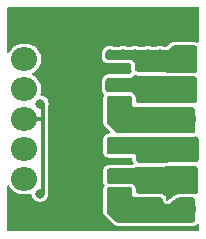
<source format=gbr>
%TF.GenerationSoftware,KiCad,Pcbnew,8.0.4*%
%TF.CreationDate,2024-09-08T17:57:52-03:00*%
%TF.ProjectId,PCBWay-Module_TB67H450FNG,50434257-6179-42d4-9d6f-64756c655f54,rev?*%
%TF.SameCoordinates,Original*%
%TF.FileFunction,Copper,L2,Bot*%
%TF.FilePolarity,Positive*%
%FSLAX46Y46*%
G04 Gerber Fmt 4.6, Leading zero omitted, Abs format (unit mm)*
G04 Created by KiCad (PCBNEW 8.0.4) date 2024-09-08 17:57:52*
%MOMM*%
%LPD*%
G01*
G04 APERTURE LIST*
%TA.AperFunction,Conductor*%
%ADD10C,0.150000*%
%TD*%
%TA.AperFunction,ComponentPad*%
%ADD11R,2.200000X2.000000*%
%TD*%
%TA.AperFunction,ComponentPad*%
%ADD12O,2.200000X2.000000*%
%TD*%
%TA.AperFunction,ViaPad*%
%ADD13C,0.800000*%
%TD*%
%TA.AperFunction,Conductor*%
%ADD14C,0.304800*%
%TD*%
G04 APERTURE END LIST*
D10*
%TO.N,/OUT_A1*%
X118407475Y-118075924D02*
X117758975Y-118549424D01*
X117758975Y-117599424D01*
X118407475Y-118075924D01*
%TA.AperFunction,Conductor*%
G36*
X118407475Y-118075924D02*
G01*
X117758975Y-118549424D01*
X117758975Y-117599424D01*
X118407475Y-118075924D01*
G37*
%TD.AperFunction*%
%TD*%
D11*
%TO.P,J2,1,Pin_1*%
%TO.N,GND*%
X119040000Y-104110000D03*
D12*
%TO.P,J2,2,Pin_2*%
%TO.N,/OUT_B2*%
X119040000Y-106650000D03*
%TO.P,J2,3,Pin_3*%
%TO.N,/OUT_B1*%
X119040000Y-109190000D03*
%TO.P,J2,4,Pin_4*%
%TO.N,/VM*%
X119040000Y-111730000D03*
%TO.P,J2,5,Pin_5*%
%TO.N,/OUT_A2*%
X119040000Y-114270000D03*
%TO.P,J2,6,Pin_6*%
%TO.N,/OUT_A1*%
X119040000Y-116810000D03*
%TO.P,J2,7,Pin_7*%
%TO.N,/VM*%
X119040000Y-119350000D03*
%TD*%
D11*
%TO.P,J1,1,Pin_1*%
%TO.N,GND*%
X105650000Y-104110000D03*
D12*
%TO.P,J1,2,Pin_2*%
%TO.N,/IN_B2*%
X105650000Y-106650000D03*
%TO.P,J1,3,Pin_3*%
%TO.N,/IN_B1*%
X105650000Y-109190000D03*
%TO.P,J1,4,Pin_4*%
%TO.N,/VREF*%
X105650000Y-111730000D03*
%TO.P,J1,5,Pin_5*%
%TO.N,/IN_A2*%
X105650000Y-114270000D03*
%TO.P,J1,6,Pin_6*%
%TO.N,/IN_A1*%
X105650000Y-116810000D03*
%TO.P,J1,7,Pin_7*%
%TO.N,GND*%
X105650000Y-119350000D03*
%TD*%
D13*
%TO.N,/OUT_A2*%
X117275000Y-114000000D03*
X115162500Y-114000000D03*
X116218750Y-114000000D03*
X113050000Y-114000000D03*
X114106250Y-114000000D03*
X117093750Y-114950000D03*
X116037500Y-114950000D03*
%TO.N,/OUT_A1*%
X116037500Y-117525000D03*
X116218750Y-116575000D03*
X114106250Y-116575000D03*
X117275000Y-116575000D03*
X117093750Y-117525000D03*
X115162500Y-116575000D03*
X113050000Y-116575000D03*
%TO.N,/OUT_B1*%
X112918531Y-108819049D03*
X117143531Y-108819049D03*
X116087281Y-108819049D03*
X113974781Y-108819049D03*
X115906031Y-109769049D03*
X116962281Y-109769049D03*
X115031031Y-108819049D03*
%TO.N,/OUT_B2*%
X113974781Y-106244049D03*
X116087281Y-106244049D03*
X116962281Y-107194049D03*
X112918531Y-106244049D03*
X115031031Y-106244049D03*
X115906031Y-107194049D03*
X117143531Y-106244049D03*
%TO.N,GND*%
X111450000Y-104900000D03*
X111800000Y-116650000D03*
X111550000Y-118000000D03*
X110350000Y-116650000D03*
X110900000Y-119100000D03*
X110750000Y-112050000D03*
X115050000Y-103100000D03*
X111050000Y-108250000D03*
X110000000Y-111300000D03*
X111600000Y-111300000D03*
X111500000Y-106300000D03*
X111800000Y-108900000D03*
X114100000Y-104000000D03*
X107650000Y-120600000D03*
X110350000Y-108900000D03*
X110450000Y-118000000D03*
X113250000Y-104900000D03*
X110900000Y-120600000D03*
X110500000Y-104000000D03*
X115050000Y-104900000D03*
X110350000Y-115250000D03*
X108400000Y-119850000D03*
X116850000Y-104900000D03*
X111450000Y-103100000D03*
X115900000Y-104000000D03*
X108200000Y-112800000D03*
X109650000Y-103100000D03*
X113250000Y-103100000D03*
X110350000Y-107500000D03*
X111050000Y-116000000D03*
X110200000Y-114100000D03*
X108700000Y-104000000D03*
X109650000Y-104900000D03*
X107850000Y-103100000D03*
X111800000Y-107500000D03*
X108200000Y-111300000D03*
X111650000Y-114100000D03*
X111600000Y-112800000D03*
X109300000Y-119100000D03*
X111650000Y-110200000D03*
X111800000Y-115250000D03*
X111600000Y-119800000D03*
X112300000Y-104000000D03*
X110400000Y-106300000D03*
X109300000Y-120600000D03*
X110550000Y-110200000D03*
X110000000Y-112800000D03*
X110050000Y-119850000D03*
X107650000Y-119100000D03*
X116850000Y-103100000D03*
X109100000Y-112050000D03*
X107850000Y-104900000D03*
%TO.N,/VM*%
X114825000Y-112175000D03*
X116775000Y-118950000D03*
X117250000Y-112250000D03*
X115500000Y-111325000D03*
X113025000Y-118875000D03*
X114300000Y-111300000D03*
X117250000Y-119850000D03*
X114300000Y-118900000D03*
X114300000Y-117925000D03*
X115975000Y-119825000D03*
X113025000Y-111275000D03*
X113025000Y-110300000D03*
X114825000Y-119775000D03*
X113550000Y-119750000D03*
X115500000Y-118925000D03*
X116775000Y-111350000D03*
X115975000Y-112225000D03*
X113025000Y-117900000D03*
X113550000Y-112150000D03*
X114300000Y-110325000D03*
%TO.N,/VREF*%
X106950000Y-118050000D03*
X107000000Y-110450000D03*
%TD*%
D14*
%TO.N,/VREF*%
X107020000Y-111730000D02*
X107200000Y-111550000D01*
X107000000Y-110450000D02*
X107200000Y-110650000D01*
X105650000Y-111730000D02*
X107020000Y-111730000D01*
X106950000Y-118050000D02*
X107050000Y-117950000D01*
X107030000Y-111730000D02*
X107200000Y-111900000D01*
X107200000Y-117800000D02*
X106950000Y-118050000D01*
X107200000Y-110650000D02*
X107200000Y-111550000D01*
X107200000Y-111550000D02*
X107200000Y-111900000D01*
X107020000Y-111730000D02*
X107030000Y-111730000D01*
X107050000Y-117950000D02*
X107200000Y-117950000D01*
X107200000Y-111900000D02*
X107200000Y-117800000D01*
%TD*%
%TA.AperFunction,Conductor*%
%TO.N,/OUT_B2*%
G36*
X120146288Y-105518954D02*
G01*
X120227070Y-105572930D01*
X120281046Y-105653712D01*
X120300000Y-105749000D01*
X120300000Y-107546110D01*
X120281046Y-107641398D01*
X120227070Y-107722180D01*
X120162350Y-107768824D01*
X120153776Y-107773111D01*
X120060073Y-107798767D01*
X120039867Y-107799380D01*
X115335174Y-107750888D01*
X115240086Y-107730953D01*
X115181810Y-107696032D01*
X115093070Y-107624754D01*
X115030649Y-107550305D01*
X115001469Y-107457635D01*
X115000000Y-107430623D01*
X115000000Y-107000001D01*
X115000000Y-107000000D01*
X114700000Y-106700000D01*
X114699999Y-106700000D01*
X112749000Y-106700000D01*
X112653712Y-106681046D01*
X112572930Y-106627070D01*
X112518954Y-106546288D01*
X112500000Y-106451000D01*
X112500000Y-106149724D01*
X112518954Y-106054436D01*
X112572930Y-105973654D01*
X112653712Y-105919678D01*
X112749000Y-105900724D01*
X112749489Y-105900724D01*
X117784650Y-105915350D01*
X117955860Y-105744139D01*
X118127071Y-105572930D01*
X118207852Y-105518954D01*
X118303140Y-105500000D01*
X120051000Y-105500000D01*
X120146288Y-105518954D01*
G37*
%TD.AperFunction*%
%TD*%
%TA.AperFunction,Conductor*%
%TO.N,/VM*%
G36*
X114646288Y-109818954D02*
G01*
X114727070Y-109872930D01*
X114781046Y-109953712D01*
X114800000Y-110049000D01*
X114800000Y-110600000D01*
X114900000Y-110700000D01*
X119851000Y-110700000D01*
X119946288Y-110718954D01*
X120027070Y-110772930D01*
X120081046Y-110853712D01*
X120100000Y-110949000D01*
X120100000Y-112701000D01*
X120081046Y-112796288D01*
X120027070Y-112877070D01*
X119946288Y-112931046D01*
X119851000Y-112950000D01*
X113653140Y-112950000D01*
X113557852Y-112931046D01*
X113477070Y-112877070D01*
X112672930Y-112072930D01*
X112618954Y-111992148D01*
X112600000Y-111896860D01*
X112600000Y-110049000D01*
X112618954Y-109953712D01*
X112672930Y-109872930D01*
X112753712Y-109818954D01*
X112849000Y-109800000D01*
X114551000Y-109800000D01*
X114646288Y-109818954D01*
G37*
%TD.AperFunction*%
%TD*%
%TA.AperFunction,Conductor*%
%TO.N,GND*%
G36*
X120393039Y-102269685D02*
G01*
X120438794Y-102322489D01*
X120450000Y-102374000D01*
X120450000Y-105133872D01*
X120430315Y-105200911D01*
X120377511Y-105246666D01*
X120308353Y-105256610D01*
X120279873Y-105248973D01*
X120205889Y-105219324D01*
X120205883Y-105219322D01*
X120110598Y-105200369D01*
X120062738Y-105195656D01*
X120051000Y-105194500D01*
X118303140Y-105194500D01*
X118291402Y-105195656D01*
X118243542Y-105200369D01*
X118243540Y-105200369D01*
X118148268Y-105219320D01*
X118141346Y-105220780D01*
X118057597Y-105256610D01*
X118038129Y-105264939D01*
X118038124Y-105264941D01*
X118038122Y-105264942D01*
X117957341Y-105318918D01*
X117911056Y-105356903D01*
X117911051Y-105356908D01*
X117739840Y-105528117D01*
X117739837Y-105528119D01*
X117739832Y-105528123D01*
X117694941Y-105573014D01*
X117633618Y-105606499D01*
X117606901Y-105609331D01*
X117470978Y-105608936D01*
X117413713Y-105594733D01*
X117393756Y-105584259D01*
X117393753Y-105584258D01*
X117228587Y-105543549D01*
X117058475Y-105543549D01*
X116893306Y-105584259D01*
X116876948Y-105592843D01*
X116818970Y-105607041D01*
X116408851Y-105605851D01*
X116351584Y-105591648D01*
X116337505Y-105584258D01*
X116172337Y-105543549D01*
X116002225Y-105543549D01*
X115837053Y-105584259D01*
X115826513Y-105589791D01*
X115768534Y-105603990D01*
X115346723Y-105602766D01*
X115289457Y-105588563D01*
X115281256Y-105584259D01*
X115281253Y-105584258D01*
X115116087Y-105543549D01*
X114945975Y-105543549D01*
X114780803Y-105584259D01*
X114776073Y-105586742D01*
X114718097Y-105600939D01*
X114284595Y-105599681D01*
X114232114Y-105586664D01*
X114232018Y-105586918D01*
X114229905Y-105586116D01*
X114227327Y-105585477D01*
X114225006Y-105584259D01*
X114225005Y-105584258D01*
X114225004Y-105584258D01*
X114059837Y-105543549D01*
X113889725Y-105543549D01*
X113724555Y-105584259D01*
X113717545Y-105586918D01*
X113717113Y-105585780D01*
X113667661Y-105597888D01*
X113222467Y-105596596D01*
X113176428Y-105585176D01*
X113175768Y-105586918D01*
X113168758Y-105584259D01*
X113003587Y-105543549D01*
X112833475Y-105543549D01*
X112668304Y-105584259D01*
X112619362Y-105609945D01*
X112592949Y-105619457D01*
X112593016Y-105619669D01*
X112587674Y-105621356D01*
X112587349Y-105621474D01*
X112587212Y-105621502D01*
X112587211Y-105621503D01*
X112483987Y-105665662D01*
X112403152Y-105719674D01*
X112397382Y-105723626D01*
X112397378Y-105723629D01*
X112318913Y-105803930D01*
X112264921Y-105884737D01*
X112261090Y-105890618D01*
X112261087Y-105890624D01*
X112219324Y-105994834D01*
X112219322Y-105994840D01*
X112200369Y-106090124D01*
X112200369Y-106090126D01*
X112194500Y-106149726D01*
X112194500Y-106450997D01*
X112200369Y-106510597D01*
X112200369Y-106510599D01*
X112219322Y-106605880D01*
X112220779Y-106612788D01*
X112264939Y-106716012D01*
X112264938Y-106716012D01*
X112318950Y-106796847D01*
X112322902Y-106802617D01*
X112322905Y-106802621D01*
X112403205Y-106881085D01*
X112483987Y-106935061D01*
X112489898Y-106938912D01*
X112594112Y-106980676D01*
X112594114Y-106980676D01*
X112594116Y-106980677D01*
X112642400Y-106990281D01*
X112689400Y-106999630D01*
X112749000Y-107005500D01*
X114522096Y-107005500D01*
X114589135Y-107025185D01*
X114609777Y-107041819D01*
X114658181Y-107090223D01*
X114691666Y-107151546D01*
X114694500Y-107177904D01*
X114694500Y-107430626D01*
X114694951Y-107447212D01*
X114696419Y-107474213D01*
X114696420Y-107474224D01*
X114710074Y-107549393D01*
X114739256Y-107642069D01*
X114742604Y-107652286D01*
X114744770Y-107722122D01*
X114708835Y-107782043D01*
X114693657Y-107793995D01*
X114659321Y-107816936D01*
X114613020Y-107854934D01*
X114559776Y-107908180D01*
X114498453Y-107941666D01*
X114472094Y-107944500D01*
X112749000Y-107944500D01*
X112737262Y-107945656D01*
X112689402Y-107950369D01*
X112689400Y-107950369D01*
X112594119Y-107969322D01*
X112587211Y-107970779D01*
X112483987Y-108014938D01*
X112403152Y-108068950D01*
X112397382Y-108072902D01*
X112397378Y-108072905D01*
X112318913Y-108153206D01*
X112264921Y-108234013D01*
X112261090Y-108239894D01*
X112261087Y-108239900D01*
X112219324Y-108344110D01*
X112219322Y-108344116D01*
X112200369Y-108439400D01*
X112200369Y-108439402D01*
X112194500Y-108499002D01*
X112194500Y-108838460D01*
X112195055Y-108856866D01*
X112196872Y-108886906D01*
X112197041Y-108888759D01*
X112197042Y-108911232D01*
X112196874Y-108913071D01*
X112195056Y-108943121D01*
X112194500Y-108961535D01*
X112194500Y-109200997D01*
X112200369Y-109260597D01*
X112200369Y-109260599D01*
X112219322Y-109355880D01*
X112220779Y-109362788D01*
X112264939Y-109466012D01*
X112264938Y-109466012D01*
X112318950Y-109546847D01*
X112322902Y-109552617D01*
X112322905Y-109552621D01*
X112368216Y-109596896D01*
X112402408Y-109657828D01*
X112398229Y-109727573D01*
X112384659Y-109754472D01*
X112364922Y-109784012D01*
X112361090Y-109789894D01*
X112361087Y-109789900D01*
X112319324Y-109894110D01*
X112319322Y-109894116D01*
X112300369Y-109989400D01*
X112300369Y-109989402D01*
X112294500Y-110049002D01*
X112294500Y-111896857D01*
X112300369Y-111956457D01*
X112300369Y-111956459D01*
X112319322Y-112051740D01*
X112320779Y-112058648D01*
X112364939Y-112161872D01*
X112364939Y-112161874D01*
X112401169Y-112216096D01*
X112417609Y-112240701D01*
X112418918Y-112242659D01*
X112456913Y-112288956D01*
X112904562Y-112736605D01*
X112938047Y-112797928D01*
X112933063Y-112867620D01*
X112891191Y-112923553D01*
X112828906Y-112947701D01*
X112789400Y-112951550D01*
X112789390Y-112951551D01*
X112789385Y-112951552D01*
X112694102Y-112970505D01*
X112687211Y-112971959D01*
X112583987Y-113016118D01*
X112503152Y-113070130D01*
X112497382Y-113074082D01*
X112497378Y-113074085D01*
X112418913Y-113154386D01*
X112364921Y-113235193D01*
X112361090Y-113241074D01*
X112361087Y-113241080D01*
X112319324Y-113345290D01*
X112319322Y-113345296D01*
X112300369Y-113440580D01*
X112300369Y-113440582D01*
X112294500Y-113500182D01*
X112294500Y-114450997D01*
X112300369Y-114510597D01*
X112300369Y-114510599D01*
X112319322Y-114605880D01*
X112320779Y-114612788D01*
X112364939Y-114716012D01*
X112364938Y-114716012D01*
X112364939Y-114716013D01*
X112408161Y-114780701D01*
X112418950Y-114796847D01*
X112422902Y-114802617D01*
X112422905Y-114802621D01*
X112468470Y-114847144D01*
X112503205Y-114881085D01*
X112583987Y-114935061D01*
X112589898Y-114938912D01*
X112694112Y-114980676D01*
X112694114Y-114980676D01*
X112694116Y-114980677D01*
X112742400Y-114990281D01*
X112789400Y-114999630D01*
X112849000Y-115005500D01*
X114670500Y-115005500D01*
X114737539Y-115025185D01*
X114783294Y-115077989D01*
X114794131Y-115127805D01*
X114794413Y-115127795D01*
X114794471Y-115129370D01*
X114794500Y-115129500D01*
X114794500Y-115130115D01*
X114797899Y-115175547D01*
X114797903Y-115175584D01*
X114808929Y-115248851D01*
X114808931Y-115248860D01*
X114842207Y-115348533D01*
X114872852Y-115405292D01*
X114887380Y-115473634D01*
X114862653Y-115538982D01*
X114832638Y-115567299D01*
X114827102Y-115570998D01*
X114823212Y-115573597D01*
X114756538Y-115594480D01*
X114754315Y-115594500D01*
X112849000Y-115594500D01*
X112837262Y-115595656D01*
X112789402Y-115600369D01*
X112789400Y-115600369D01*
X112694119Y-115619322D01*
X112687211Y-115620779D01*
X112583987Y-115664938D01*
X112503152Y-115718950D01*
X112497382Y-115722902D01*
X112497378Y-115722905D01*
X112418913Y-115803206D01*
X112364921Y-115884013D01*
X112361090Y-115889894D01*
X112361087Y-115889900D01*
X112319324Y-115994110D01*
X112319322Y-115994116D01*
X112300369Y-116089400D01*
X112300369Y-116089402D01*
X112294500Y-116149002D01*
X112294500Y-116945497D01*
X112300369Y-117005097D01*
X112300369Y-117005099D01*
X112319322Y-117100380D01*
X112320779Y-117107288D01*
X112364938Y-117210512D01*
X112410272Y-117278359D01*
X112431149Y-117345036D01*
X112412664Y-117412416D01*
X112410273Y-117416138D01*
X112364908Y-117484033D01*
X112361090Y-117489894D01*
X112361087Y-117489900D01*
X112319324Y-117594110D01*
X112319322Y-117594116D01*
X112300369Y-117689400D01*
X112300369Y-117689402D01*
X112294500Y-117749002D01*
X112294500Y-119496857D01*
X112300369Y-119556457D01*
X112300369Y-119556459D01*
X112319322Y-119651740D01*
X112319911Y-119654534D01*
X112320780Y-119658651D01*
X112322938Y-119663696D01*
X112364939Y-119761872D01*
X112364939Y-119761874D01*
X112418918Y-119842659D01*
X112456913Y-119888956D01*
X113211043Y-120643086D01*
X113211048Y-120643090D01*
X113211049Y-120643091D01*
X113230650Y-120659177D01*
X113252485Y-120677097D01*
X113257345Y-120681085D01*
X113338127Y-120735061D01*
X113344038Y-120738912D01*
X113448252Y-120780676D01*
X113448254Y-120780676D01*
X113448256Y-120780677D01*
X113496540Y-120790281D01*
X113543540Y-120799630D01*
X113603140Y-120805500D01*
X113603142Y-120805500D01*
X119850998Y-120805500D01*
X119851000Y-120805500D01*
X119910600Y-120799630D01*
X120005888Y-120780676D01*
X120012791Y-120779220D01*
X120116013Y-120735061D01*
X120196795Y-120681085D01*
X120202620Y-120677095D01*
X120237311Y-120641592D01*
X120298242Y-120607401D01*
X120367986Y-120611579D01*
X120424401Y-120652800D01*
X120449573Y-120717977D01*
X120450000Y-120728254D01*
X120450000Y-121126000D01*
X120430315Y-121193039D01*
X120377511Y-121238794D01*
X120326000Y-121250000D01*
X104274000Y-121250000D01*
X104206961Y-121230315D01*
X104161206Y-121177511D01*
X104150000Y-121126000D01*
X104150000Y-117443439D01*
X104169685Y-117376400D01*
X104222489Y-117330645D01*
X104291647Y-117320701D01*
X104355203Y-117349726D01*
X104384485Y-117387144D01*
X104437715Y-117491614D01*
X104558028Y-117657213D01*
X104702786Y-117801971D01*
X104857749Y-117914556D01*
X104868390Y-117922287D01*
X104984607Y-117981503D01*
X105050776Y-118015218D01*
X105050778Y-118015218D01*
X105050781Y-118015220D01*
X105155137Y-118049127D01*
X105245465Y-118078477D01*
X105346557Y-118094488D01*
X105447648Y-118110500D01*
X105447649Y-118110500D01*
X105852351Y-118110500D01*
X105852352Y-118110500D01*
X106054534Y-118078477D01*
X106097221Y-118064606D01*
X106167059Y-118062612D01*
X106226892Y-118098692D01*
X106257721Y-118161392D01*
X106258633Y-118167591D01*
X106264859Y-118218868D01*
X106264860Y-118218874D01*
X106325182Y-118377931D01*
X106370864Y-118444112D01*
X106421817Y-118517929D01*
X106513328Y-118599000D01*
X106549150Y-118630736D01*
X106699773Y-118709789D01*
X106699775Y-118709790D01*
X106864944Y-118750500D01*
X107035056Y-118750500D01*
X107200225Y-118709790D01*
X107279692Y-118668081D01*
X107350849Y-118630736D01*
X107350850Y-118630734D01*
X107350852Y-118630734D01*
X107478183Y-118517929D01*
X107574818Y-118377930D01*
X107635140Y-118218872D01*
X107655645Y-118050000D01*
X107653669Y-118033727D01*
X107653757Y-118017755D01*
X107652900Y-118017755D01*
X107652900Y-117882247D01*
X107653008Y-117882247D01*
X107653008Y-117867753D01*
X107652900Y-117867753D01*
X107652900Y-110726605D01*
X107660957Y-110682636D01*
X107685140Y-110618872D01*
X107705645Y-110450000D01*
X107685140Y-110281128D01*
X107624818Y-110122070D01*
X107528183Y-109982071D01*
X107428895Y-109894110D01*
X107400849Y-109869263D01*
X107250226Y-109790210D01*
X107077773Y-109747705D01*
X107078467Y-109744889D01*
X107026611Y-109722540D01*
X106987584Y-109664587D01*
X106986083Y-109594733D01*
X106987844Y-109588810D01*
X107018477Y-109494534D01*
X107050500Y-109292352D01*
X107050500Y-109087648D01*
X107027609Y-108943121D01*
X107018477Y-108885465D01*
X106955218Y-108690776D01*
X106915515Y-108612855D01*
X106862287Y-108508390D01*
X106812165Y-108439402D01*
X106741971Y-108342786D01*
X106597213Y-108198028D01*
X106431614Y-108077715D01*
X106414343Y-108068915D01*
X106338917Y-108030483D01*
X106288123Y-107982511D01*
X106271328Y-107914690D01*
X106293865Y-107848555D01*
X106338917Y-107809516D01*
X106431610Y-107762287D01*
X106583015Y-107652286D01*
X106597213Y-107641971D01*
X106597215Y-107641968D01*
X106597219Y-107641966D01*
X106741966Y-107497219D01*
X106741968Y-107497215D01*
X106741971Y-107497213D01*
X106794732Y-107424590D01*
X106862287Y-107331610D01*
X106955220Y-107149219D01*
X107018477Y-106954534D01*
X107050500Y-106752352D01*
X107050500Y-106547648D01*
X107018477Y-106345466D01*
X106955220Y-106150781D01*
X106955218Y-106150778D01*
X106955218Y-106150776D01*
X106915515Y-106072855D01*
X106862287Y-105968390D01*
X106854556Y-105957749D01*
X106741971Y-105802786D01*
X106597213Y-105658028D01*
X106431613Y-105537715D01*
X106431612Y-105537714D01*
X106431610Y-105537713D01*
X106374653Y-105508691D01*
X106249223Y-105444781D01*
X106054534Y-105381522D01*
X105879995Y-105353878D01*
X105852352Y-105349500D01*
X105447648Y-105349500D01*
X105423329Y-105353351D01*
X105245465Y-105381522D01*
X105050776Y-105444781D01*
X104868386Y-105537715D01*
X104702786Y-105658028D01*
X104558028Y-105802786D01*
X104437715Y-105968386D01*
X104384485Y-106072855D01*
X104336510Y-106123651D01*
X104268689Y-106140446D01*
X104202554Y-106117908D01*
X104159103Y-106063193D01*
X104150000Y-106016560D01*
X104150000Y-102374000D01*
X104169685Y-102306961D01*
X104222489Y-102261206D01*
X104274000Y-102250000D01*
X120326000Y-102250000D01*
X120393039Y-102269685D01*
G37*
%TD.AperFunction*%
%TD*%
%TA.AperFunction,Conductor*%
%TO.N,/OUT_A1*%
G36*
X120174360Y-115725167D02*
G01*
X120255776Y-115778182D01*
X120310673Y-115858238D01*
X120328571Y-115900000D01*
X120329866Y-115903020D01*
X120349981Y-115998070D01*
X120350000Y-116001109D01*
X120350000Y-117839189D01*
X120331046Y-117934477D01*
X120277070Y-118015259D01*
X120196288Y-118069235D01*
X120101000Y-118088189D01*
X120017094Y-118072003D01*
X120016917Y-118072600D01*
X120010868Y-118070803D01*
X120008385Y-118070324D01*
X120005889Y-118069324D01*
X119910595Y-118050369D01*
X119851003Y-118044500D01*
X119851000Y-118044500D01*
X118758589Y-118044500D01*
X118758581Y-118044500D01*
X118722333Y-118046659D01*
X118663622Y-118053677D01*
X118571341Y-118079880D01*
X118571336Y-118079881D01*
X118483212Y-118120759D01*
X118483191Y-118120770D01*
X118459663Y-118134634D01*
X118446306Y-118141963D01*
X118258394Y-118237710D01*
X118258388Y-118237714D01*
X118248441Y-118244940D01*
X118238113Y-118252444D01*
X118149885Y-118293120D01*
X118091755Y-118300000D01*
X117714809Y-118300000D01*
X117619521Y-118281046D01*
X117540787Y-118229093D01*
X117479206Y-118168920D01*
X117479201Y-118168915D01*
X117398419Y-118114939D01*
X117392508Y-118111088D01*
X117288294Y-118069324D01*
X117288291Y-118069323D01*
X117288290Y-118069323D01*
X117193001Y-118050369D01*
X117133409Y-118044500D01*
X117133406Y-118044500D01*
X115354500Y-118044500D01*
X115259212Y-118025546D01*
X115178430Y-117971570D01*
X115124454Y-117890788D01*
X115105500Y-117795500D01*
X115105500Y-117749003D01*
X115105500Y-117749000D01*
X115099630Y-117689400D01*
X115080676Y-117594112D01*
X115079220Y-117587209D01*
X115070068Y-117565815D01*
X115050017Y-117470751D01*
X115050000Y-117467881D01*
X115050000Y-117450001D01*
X115050000Y-117450000D01*
X114850000Y-117250000D01*
X114849999Y-117250000D01*
X114830471Y-117250000D01*
X114737846Y-117232131D01*
X114705886Y-117219323D01*
X114610595Y-117200369D01*
X114551003Y-117194500D01*
X114551000Y-117194500D01*
X112849000Y-117194500D01*
X112753712Y-117175546D01*
X112672930Y-117121570D01*
X112618954Y-117040788D01*
X112600000Y-116945500D01*
X112600000Y-116149000D01*
X112618954Y-116053712D01*
X112672930Y-115972930D01*
X112753712Y-115918954D01*
X112849000Y-115900000D01*
X114899999Y-115900000D01*
X114900000Y-115900000D01*
X114931005Y-115868994D01*
X115011783Y-115815020D01*
X115097498Y-115796250D01*
X116215322Y-115753256D01*
X116221847Y-115753093D01*
X118882086Y-115721539D01*
X120078854Y-115707345D01*
X120174360Y-115725167D01*
G37*
%TD.AperFunction*%
%TD*%
%TA.AperFunction,Conductor*%
%TO.N,/VM*%
G36*
X114646288Y-117518954D02*
G01*
X114727070Y-117572930D01*
X114781046Y-117653712D01*
X114800000Y-117749000D01*
X114800000Y-118200000D01*
X114950000Y-118350000D01*
X117133406Y-118350000D01*
X117228694Y-118368954D01*
X117309476Y-118422930D01*
X117363452Y-118503712D01*
X117380938Y-118571998D01*
X117387424Y-118631460D01*
X117434192Y-118747657D01*
X117434192Y-118747658D01*
X117516152Y-118842370D01*
X117516155Y-118842372D01*
X117516156Y-118842373D01*
X117624433Y-118905344D01*
X117747290Y-118929745D01*
X117871413Y-118912932D01*
X117983352Y-118856727D01*
X118336332Y-118599000D01*
X118611757Y-118397900D01*
X118699891Y-118357017D01*
X118758589Y-118350000D01*
X119851000Y-118350000D01*
X119946288Y-118368954D01*
X120027070Y-118422930D01*
X120081046Y-118503712D01*
X120100000Y-118599000D01*
X120100000Y-120251000D01*
X120081046Y-120346288D01*
X120027070Y-120427070D01*
X119946288Y-120481046D01*
X119851000Y-120500000D01*
X113603140Y-120500000D01*
X113507852Y-120481046D01*
X113427070Y-120427070D01*
X112672930Y-119672930D01*
X112618954Y-119592148D01*
X112600000Y-119496860D01*
X112600000Y-117749000D01*
X112618954Y-117653712D01*
X112672930Y-117572930D01*
X112753712Y-117518954D01*
X112849000Y-117500000D01*
X114551000Y-117500000D01*
X114646288Y-117518954D01*
G37*
%TD.AperFunction*%
%TD*%
%TA.AperFunction,Conductor*%
%TO.N,/OUT_A2*%
G36*
X120246288Y-113218954D02*
G01*
X120327070Y-113272930D01*
X120381046Y-113353712D01*
X120400000Y-113449000D01*
X120400000Y-115151950D01*
X120381046Y-115247238D01*
X120327070Y-115328020D01*
X120246288Y-115381996D01*
X120153953Y-115400932D01*
X115416541Y-115457123D01*
X115321035Y-115439301D01*
X115239619Y-115386286D01*
X115221774Y-115366912D01*
X115157186Y-115288882D01*
X115111028Y-115203392D01*
X115100000Y-115130111D01*
X115100000Y-114800001D01*
X115100000Y-114800000D01*
X115000000Y-114700000D01*
X114999999Y-114700000D01*
X112849000Y-114700000D01*
X112753712Y-114681046D01*
X112672930Y-114627070D01*
X112618954Y-114546288D01*
X112600000Y-114451000D01*
X112600000Y-113500180D01*
X112618954Y-113404892D01*
X112672930Y-113324110D01*
X112753712Y-113270134D01*
X112849000Y-113251180D01*
X112849943Y-113251182D01*
X113635977Y-113254900D01*
X113647000Y-113255839D01*
X113647032Y-113255199D01*
X113653133Y-113255499D01*
X113653140Y-113255500D01*
X113653147Y-113255500D01*
X113762079Y-113255500D01*
X113763257Y-113255503D01*
X117884650Y-113275000D01*
X117884650Y-113274999D01*
X117884651Y-113275000D01*
X117942189Y-113266626D01*
X118000804Y-113258095D01*
X118036663Y-113255500D01*
X119850997Y-113255500D01*
X119851000Y-113255500D01*
X119910600Y-113249630D01*
X120005888Y-113230676D01*
X120012791Y-113229220D01*
X120034182Y-113220069D01*
X120129245Y-113200017D01*
X120132118Y-113200000D01*
X120151000Y-113200000D01*
X120246288Y-113218954D01*
G37*
%TD.AperFunction*%
%TD*%
%TA.AperFunction,Conductor*%
%TO.N,/OUT_B1*%
G36*
X115137601Y-108014366D02*
G01*
X115177401Y-108029953D01*
X115177404Y-108029953D01*
X115177405Y-108029954D01*
X115198085Y-108034289D01*
X115272489Y-108049888D01*
X115332025Y-108056372D01*
X120003567Y-108104522D01*
X120098654Y-108124457D01*
X120178875Y-108179263D01*
X120232016Y-108260597D01*
X120250000Y-108353509D01*
X120250000Y-110146860D01*
X120231046Y-110242148D01*
X120177070Y-110322930D01*
X120162379Y-110337621D01*
X120081597Y-110391597D01*
X119986309Y-110410551D01*
X119937734Y-110405767D01*
X119910597Y-110400369D01*
X119851003Y-110394500D01*
X119851000Y-110394500D01*
X115354500Y-110394500D01*
X115259212Y-110375546D01*
X115178430Y-110321570D01*
X115124454Y-110240788D01*
X115105500Y-110145500D01*
X115105500Y-110049003D01*
X115105500Y-110049000D01*
X115099630Y-109989400D01*
X115080676Y-109894112D01*
X115079220Y-109887209D01*
X115035061Y-109783987D01*
X114981085Y-109703205D01*
X114977095Y-109697380D01*
X114977092Y-109697377D01*
X114972876Y-109691222D01*
X114951172Y-109651173D01*
X114950000Y-109650001D01*
X114950000Y-109650000D01*
X114750000Y-109450000D01*
X114749999Y-109450000D01*
X112749000Y-109450000D01*
X112653712Y-109431046D01*
X112572930Y-109377070D01*
X112518954Y-109296288D01*
X112500000Y-109201000D01*
X112500000Y-108961549D01*
X112501816Y-108931533D01*
X112505645Y-108900000D01*
X112501815Y-108868455D01*
X112500000Y-108838444D01*
X112500000Y-108499000D01*
X112518954Y-108403712D01*
X112572930Y-108322930D01*
X112653712Y-108268954D01*
X112749000Y-108250000D01*
X114649999Y-108250000D01*
X114650000Y-108250000D01*
X114829048Y-108070951D01*
X114909827Y-108016978D01*
X115000322Y-107998070D01*
X115042021Y-107997268D01*
X115137601Y-108014366D01*
G37*
%TD.AperFunction*%
%TD*%
M02*

</source>
